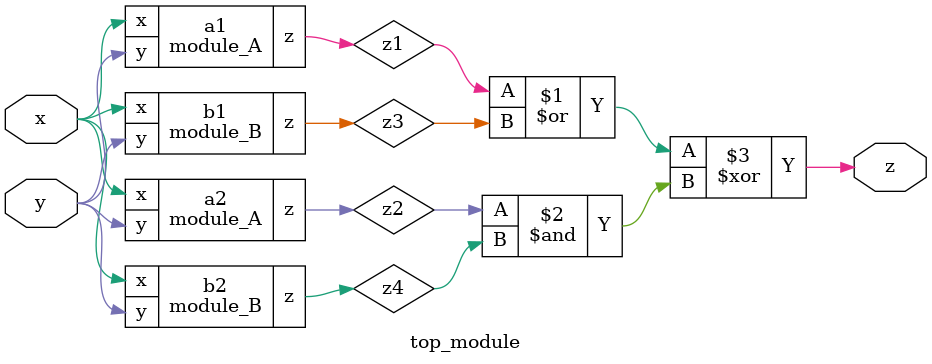
<source format=sv>
module module_A(
    input x,
    input y,
    output z
);

assign z = (x ^ y) & x;

endmodule
module module_B(
    input x,
    input y,
    output z
);

assign z = (x == 0 && y == 0) || (x == 1 && y == 1);

endmodule
module top_module(
    input x,
    input y,
    output z
);

wire z1, z2, z3, z4;

module_A a1 (
    .x(x),
    .y(y),
    .z(z1)
);

module_A a2 (
    .x(x),
    .y(y),
    .z(z2)
);

module_B b1 (
    .x(x),
    .y(y),
    .z(z3)
);

module_B b2 (
    .x(x),
    .y(y),
    .z(z4)
);

assign z = (z1 | z3) ^ (z2 & z4);

endmodule

</source>
